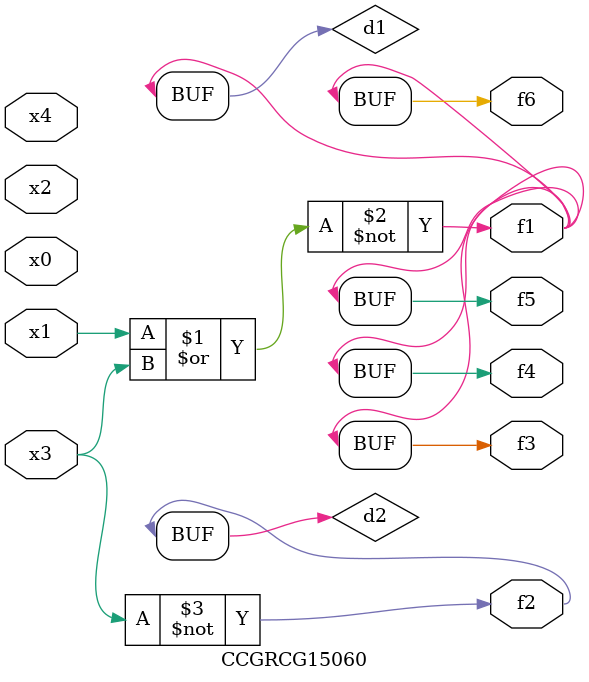
<source format=v>
module CCGRCG15060(
	input x0, x1, x2, x3, x4,
	output f1, f2, f3, f4, f5, f6
);

	wire d1, d2;

	nor (d1, x1, x3);
	not (d2, x3);
	assign f1 = d1;
	assign f2 = d2;
	assign f3 = d1;
	assign f4 = d1;
	assign f5 = d1;
	assign f6 = d1;
endmodule

</source>
